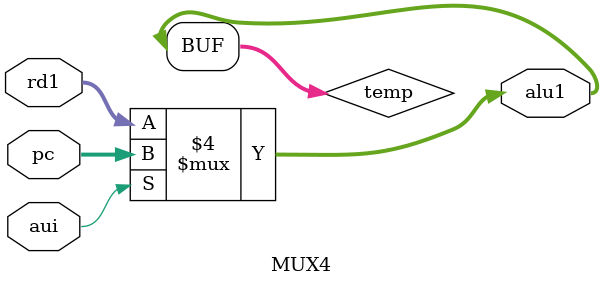
<source format=v>
`timescale 1ns / 1ps


module MUX4(
    input aui,
    input [31:0] rd1,
    input [31:0] pc,

    output [31:0] alu1
    );

reg [31:0] temp;
assign alu1=temp;

    always @(*)begin
        if(aui==1)temp=pc;
        else temp=rd1;    
    end

endmodule

</source>
